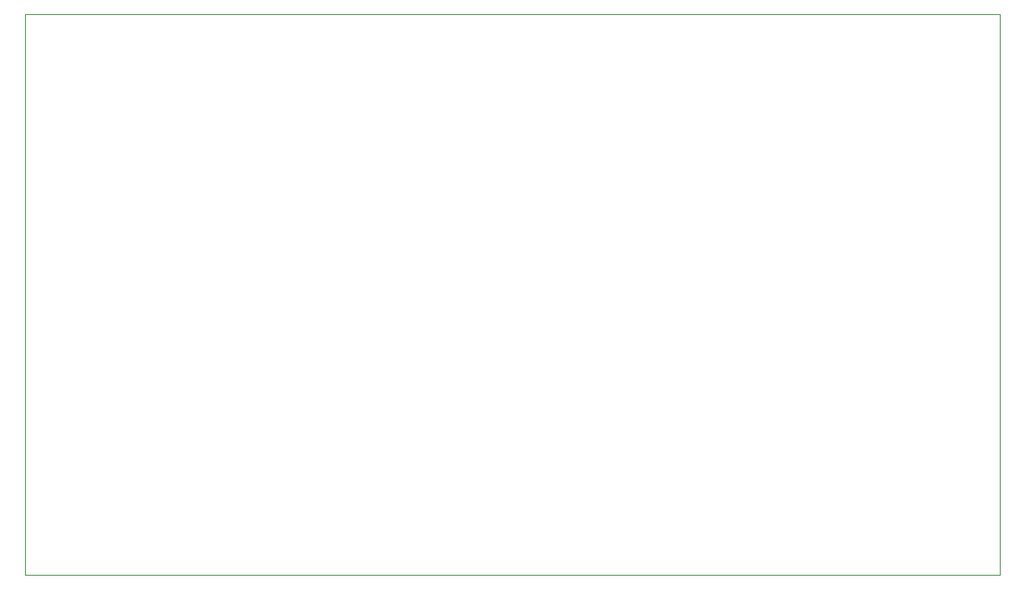
<source format=gbr>
%TF.GenerationSoftware,KiCad,Pcbnew,9.0.3*%
%TF.CreationDate,2025-09-02T22:18:53+02:00*%
%TF.ProjectId,digital_organ,64696769-7461-46c5-9f6f-7267616e2e6b,0*%
%TF.SameCoordinates,Original*%
%TF.FileFunction,Profile,NP*%
%FSLAX46Y46*%
G04 Gerber Fmt 4.6, Leading zero omitted, Abs format (unit mm)*
G04 Created by KiCad (PCBNEW 9.0.3) date 2025-09-02 22:18:53*
%MOMM*%
%LPD*%
G01*
G04 APERTURE LIST*
%TA.AperFunction,Profile*%
%ADD10C,0.050000*%
%TD*%
G04 APERTURE END LIST*
D10*
X99000000Y-71000000D02*
X198000000Y-71000000D01*
X198000000Y-128000000D01*
X99000000Y-128000000D01*
X99000000Y-71000000D01*
M02*

</source>
